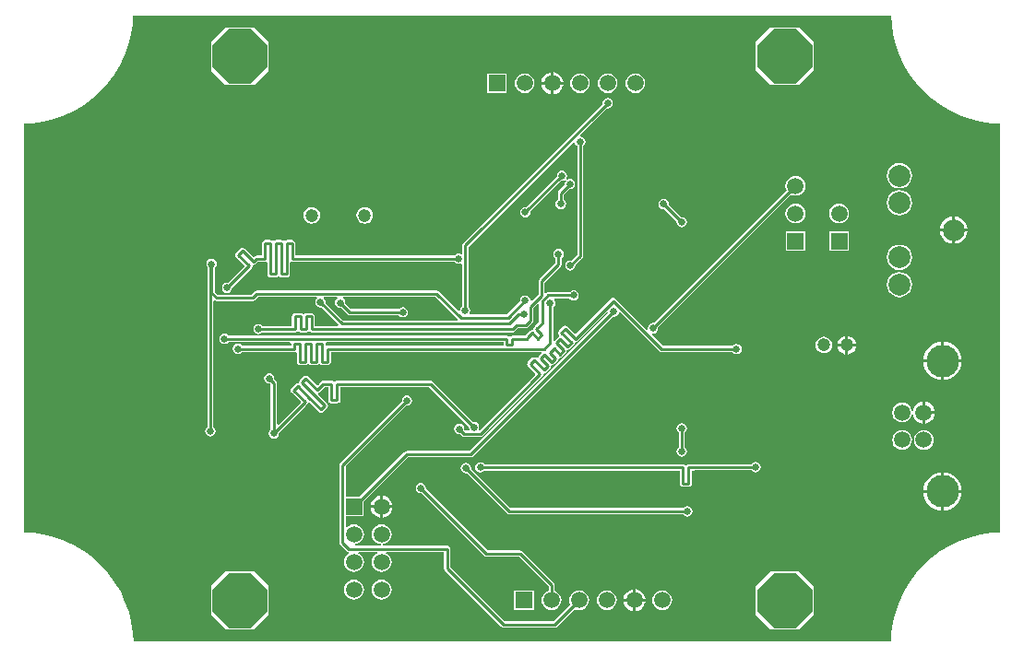
<source format=gbl>
G04 Layer_Physical_Order=2*
G04 Layer_Color=16711680*
%FSLAX23Y23*%
%MOIN*%
G70*
G01*
G75*
%ADD19C,0.010*%
%ADD23C,0.079*%
%ADD24C,0.059*%
%ADD25C,0.118*%
%ADD26P,0.213X8X202.5*%
%ADD27R,0.059X0.059*%
%ADD28R,0.059X0.059*%
%ADD29C,0.047*%
%ADD30C,0.025*%
G36*
X3143Y2244D02*
X3148Y2205D01*
X3158Y2167D01*
X3171Y2129D01*
X3188Y2094D01*
X3209Y2060D01*
X3232Y2028D01*
X3259Y1999D01*
X3288Y1972D01*
X3320Y1949D01*
X3354Y1928D01*
X3389Y1911D01*
X3426Y1898D01*
X3465Y1889D01*
X3504Y1883D01*
X3534Y1881D01*
Y403D01*
X3504Y401D01*
X3465Y395D01*
X3426Y386D01*
X3389Y372D01*
X3353Y356D01*
X3319Y335D01*
X3288Y312D01*
X3258Y285D01*
X3232Y256D01*
X3208Y224D01*
X3188Y190D01*
X3171Y154D01*
X3158Y117D01*
X3148Y79D01*
X3142Y40D01*
X3141Y9D01*
X403Y9D01*
X401Y40D01*
X395Y79D01*
X386Y117D01*
X372Y154D01*
X356Y190D01*
X335Y224D01*
X312Y256D01*
X285Y285D01*
X256Y312D01*
X224Y335D01*
X190Y356D01*
X154Y372D01*
X117Y386D01*
X79Y395D01*
X40Y401D01*
X9Y403D01*
X9Y1881D01*
X39Y1883D01*
X79Y1889D01*
X117Y1898D01*
X154Y1911D01*
X190Y1928D01*
X224Y1949D01*
X255Y1972D01*
X285Y1999D01*
X311Y2028D01*
X335Y2060D01*
X355Y2094D01*
X372Y2129D01*
X385Y2167D01*
X395Y2205D01*
X401Y2244D01*
X402Y2274D01*
X3141D01*
X3143Y2244D01*
D02*
G37*
%LPC*%
G36*
X2384Y798D02*
X2377Y797D01*
X2371Y793D01*
X2366Y787D01*
X2365Y780D01*
X2366Y772D01*
X2371Y766D01*
X2373Y765D01*
Y711D01*
X2371Y709D01*
X2366Y703D01*
X2365Y696D01*
X2366Y689D01*
X2371Y683D01*
X2377Y678D01*
X2384Y677D01*
X2391Y678D01*
X2397Y683D01*
X2401Y689D01*
X2403Y696D01*
X2401Y703D01*
X2397Y709D01*
X2395Y711D01*
Y765D01*
X2397Y766D01*
X2401Y772D01*
X2403Y780D01*
X2401Y787D01*
X2397Y793D01*
X2391Y797D01*
X2384Y798D01*
D02*
G37*
G36*
X2652Y658D02*
X2644Y656D01*
X2638Y652D01*
X2637Y650D01*
X2431D01*
X2430Y650D01*
X2409D01*
X2405Y649D01*
X2403Y647D01*
X2399Y647D01*
X2396Y647D01*
X2394Y649D01*
X2389Y650D01*
X1671D01*
X1670Y652D01*
X1664Y656D01*
X1656Y657D01*
X1649Y656D01*
X1643Y652D01*
X1639Y646D01*
X1638Y639D01*
X1639Y631D01*
X1643Y625D01*
X1649Y621D01*
X1656Y620D01*
X1664Y621D01*
X1670Y625D01*
X1671Y627D01*
X2378D01*
Y579D01*
X2379Y575D01*
X2381Y571D01*
X2385Y569D01*
X2389Y568D01*
X2409D01*
X2414Y569D01*
X2417Y571D01*
X2420Y575D01*
X2421Y579D01*
Y627D01*
X2431D01*
X2432Y628D01*
X2637D01*
X2638Y625D01*
X2644Y621D01*
X2652Y620D01*
X2659Y621D01*
X2665Y625D01*
X2669Y632D01*
X2670Y639D01*
X2669Y646D01*
X2665Y652D01*
X2659Y656D01*
X2652Y658D01*
D02*
G37*
G36*
X3259Y774D02*
X3250Y773D01*
X3241Y769D01*
X3234Y764D01*
X3228Y756D01*
X3225Y747D01*
X3223Y738D01*
X3225Y729D01*
X3228Y720D01*
X3234Y713D01*
X3241Y707D01*
X3250Y704D01*
X3259Y702D01*
X3269Y704D01*
X3277Y707D01*
X3285Y713D01*
X3290Y720D01*
X3294Y729D01*
X3295Y738D01*
X3294Y747D01*
X3290Y756D01*
X3285Y764D01*
X3277Y769D01*
X3269Y773D01*
X3259Y774D01*
D02*
G37*
G36*
X3181D02*
X3171Y773D01*
X3163Y769D01*
X3155Y764D01*
X3149Y756D01*
X3146Y747D01*
X3145Y738D01*
X3146Y729D01*
X3149Y720D01*
X3155Y713D01*
X3163Y707D01*
X3171Y704D01*
X3181Y702D01*
X3190Y704D01*
X3198Y707D01*
X3206Y713D01*
X3212Y720D01*
X3215Y729D01*
X3216Y738D01*
X3215Y747D01*
X3212Y756D01*
X3206Y764D01*
X3198Y769D01*
X3190Y773D01*
X3181Y774D01*
D02*
G37*
G36*
X1305Y535D02*
Y501D01*
X1339D01*
X1338Y506D01*
X1334Y516D01*
X1328Y524D01*
X1320Y531D01*
X1310Y535D01*
X1305Y535D01*
D02*
G37*
G36*
X1295D02*
X1289Y535D01*
X1280Y531D01*
X1272Y524D01*
X1265Y516D01*
X1261Y506D01*
X1261Y501D01*
X1295D01*
Y535D01*
D02*
G37*
G36*
X3332Y620D02*
Y556D01*
X3395D01*
X3395Y565D01*
X3391Y578D01*
X3384Y590D01*
X3376Y600D01*
X3365Y609D01*
X3353Y615D01*
X3340Y619D01*
X3332Y620D01*
D02*
G37*
G36*
X3322D02*
X3313Y619D01*
X3300Y615D01*
X3288Y609D01*
X3278Y600D01*
X3269Y590D01*
X3262Y578D01*
X3259Y565D01*
X3258Y556D01*
X3322D01*
Y620D01*
D02*
G37*
G36*
Y1093D02*
X3313Y1092D01*
X3300Y1088D01*
X3288Y1081D01*
X3278Y1073D01*
X3269Y1062D01*
X3262Y1050D01*
X3259Y1037D01*
X3258Y1029D01*
X3322D01*
Y1093D01*
D02*
G37*
G36*
X3395Y1019D02*
X3332D01*
Y955D01*
X3340Y956D01*
X3353Y960D01*
X3365Y966D01*
X3376Y975D01*
X3384Y985D01*
X3391Y997D01*
X3395Y1010D01*
X3395Y1019D01*
D02*
G37*
G36*
X2975Y1076D02*
X2947D01*
X2948Y1072D01*
X2951Y1064D01*
X2956Y1057D01*
X2963Y1051D01*
X2972Y1048D01*
X2975Y1047D01*
Y1076D01*
D02*
G37*
G36*
X3332Y1093D02*
Y1029D01*
X3395D01*
X3395Y1037D01*
X3391Y1050D01*
X3384Y1062D01*
X3376Y1073D01*
X3365Y1081D01*
X3353Y1088D01*
X3340Y1092D01*
X3332Y1093D01*
D02*
G37*
G36*
X3264Y876D02*
Y842D01*
X3298D01*
X3298Y847D01*
X3294Y857D01*
X3287Y865D01*
X3279Y871D01*
X3270Y875D01*
X3264Y876D01*
D02*
G37*
G36*
X3298Y832D02*
X3264D01*
Y797D01*
X3270Y798D01*
X3279Y802D01*
X3287Y808D01*
X3294Y817D01*
X3298Y826D01*
X3298Y832D01*
D02*
G37*
G36*
X3322Y1019D02*
X3258D01*
X3259Y1010D01*
X3262Y997D01*
X3269Y985D01*
X3278Y975D01*
X3288Y966D01*
X3300Y960D01*
X3313Y956D01*
X3322Y955D01*
Y1019D01*
D02*
G37*
G36*
X3254Y876D02*
X3249Y875D01*
X3239Y871D01*
X3231Y865D01*
X3225Y857D01*
X3221Y847D01*
X3220Y844D01*
X3215D01*
X3215Y846D01*
X3212Y855D01*
X3206Y862D01*
X3198Y868D01*
X3190Y871D01*
X3181Y872D01*
X3171Y871D01*
X3163Y868D01*
X3155Y862D01*
X3149Y855D01*
X3146Y846D01*
X3145Y837D01*
X3146Y827D01*
X3149Y819D01*
X3155Y811D01*
X3163Y806D01*
X3171Y802D01*
X3181Y801D01*
X3190Y802D01*
X3198Y806D01*
X3206Y811D01*
X3212Y819D01*
X3215Y827D01*
X3215Y829D01*
X3220D01*
X3221Y826D01*
X3225Y817D01*
X3231Y808D01*
X3239Y802D01*
X3249Y798D01*
X3254Y797D01*
Y837D01*
Y876D01*
D02*
G37*
G36*
X3395Y546D02*
X3332D01*
Y482D01*
X3340Y483D01*
X3353Y487D01*
X3365Y493D01*
X3376Y502D01*
X3384Y513D01*
X3391Y525D01*
X3395Y538D01*
X3395Y546D01*
D02*
G37*
G36*
X2114Y194D02*
X2105Y193D01*
X2096Y189D01*
X2089Y184D01*
X2083Y176D01*
X2079Y168D01*
X2078Y158D01*
X2079Y149D01*
X2083Y141D01*
X2089Y133D01*
X2096Y127D01*
X2105Y124D01*
X2114Y123D01*
X2123Y124D01*
X2132Y127D01*
X2139Y133D01*
X2145Y141D01*
X2149Y149D01*
X2150Y158D01*
X2149Y168D01*
X2145Y176D01*
X2139Y184D01*
X2132Y189D01*
X2123Y193D01*
X2114Y194D01*
D02*
G37*
G36*
X1442Y583D02*
X1435Y581D01*
X1429Y577D01*
X1425Y571D01*
X1423Y564D01*
X1425Y557D01*
X1429Y551D01*
X1435Y547D01*
X1442Y545D01*
X1444Y546D01*
X1671Y319D01*
X1671Y319D01*
X1675Y316D01*
X1679Y316D01*
X1679Y316D01*
X1797D01*
X1903Y209D01*
Y192D01*
X1896Y189D01*
X1889Y184D01*
X1883Y176D01*
X1879Y168D01*
X1878Y158D01*
X1879Y149D01*
X1883Y141D01*
X1889Y133D01*
X1896Y127D01*
X1905Y124D01*
X1914Y123D01*
X1923Y124D01*
X1932Y127D01*
X1939Y133D01*
X1945Y141D01*
X1949Y149D01*
X1950Y158D01*
X1949Y168D01*
X1945Y176D01*
X1939Y184D01*
X1932Y189D01*
X1925Y192D01*
Y214D01*
X1925Y214D01*
X1924Y218D01*
X1922Y222D01*
X1922Y222D01*
X1809Y335D01*
X1805Y337D01*
X1801Y338D01*
X1801Y338D01*
X1684D01*
X1460Y561D01*
X1461Y564D01*
X1459Y571D01*
X1455Y577D01*
X1449Y581D01*
X1442Y583D01*
D02*
G37*
G36*
X1850Y194D02*
X1778D01*
Y123D01*
X1850D01*
Y194D01*
D02*
G37*
G36*
X2314Y194D02*
X2305Y193D01*
X2296Y189D01*
X2289Y184D01*
X2283Y176D01*
X2279Y168D01*
X2278Y158D01*
X2279Y149D01*
X2283Y141D01*
X2289Y133D01*
X2296Y127D01*
X2305Y124D01*
X2314Y123D01*
X2323Y124D01*
X2332Y127D01*
X2339Y133D01*
X2345Y141D01*
X2349Y149D01*
X2350Y158D01*
X2349Y168D01*
X2345Y176D01*
X2339Y184D01*
X2332Y189D01*
X2323Y193D01*
X2314Y194D01*
D02*
G37*
G36*
X2808Y262D02*
X2704D01*
X2651Y210D01*
Y105D01*
X2704Y53D01*
X2808D01*
X2860Y105D01*
Y210D01*
X2808Y262D01*
D02*
G37*
G36*
X840D02*
X735D01*
X683Y210D01*
Y105D01*
X735Y53D01*
X840D01*
X892Y105D01*
Y210D01*
X840Y262D01*
D02*
G37*
G36*
X2253Y153D02*
X2219D01*
Y119D01*
X2224Y120D01*
X2234Y124D01*
X2242Y130D01*
X2249Y139D01*
X2252Y148D01*
X2253Y153D01*
D02*
G37*
G36*
X2209D02*
X2175D01*
X2175Y148D01*
X2179Y139D01*
X2186Y130D01*
X2194Y124D01*
X2204Y120D01*
X2209Y119D01*
Y153D01*
D02*
G37*
G36*
X1339Y491D02*
X1305D01*
Y457D01*
X1310Y458D01*
X1320Y462D01*
X1328Y468D01*
X1334Y476D01*
X1338Y486D01*
X1339Y491D01*
D02*
G37*
G36*
X1295D02*
X1261D01*
X1261Y486D01*
X1265Y476D01*
X1272Y468D01*
X1280Y462D01*
X1289Y458D01*
X1295Y457D01*
Y491D01*
D02*
G37*
G36*
X3322Y546D02*
X3258D01*
X3259Y538D01*
X3262Y525D01*
X3269Y513D01*
X3278Y502D01*
X3288Y493D01*
X3300Y487D01*
X3313Y483D01*
X3322Y482D01*
Y546D01*
D02*
G37*
G36*
X1604Y655D02*
X1597Y653D01*
X1591Y649D01*
X1587Y643D01*
X1585Y636D01*
X1587Y629D01*
X1591Y622D01*
X1597Y618D01*
X1604Y617D01*
X1607Y617D01*
X1753Y471D01*
X1757Y469D01*
X1761Y468D01*
X1761Y468D01*
X2390D01*
X2391Y466D01*
X2397Y462D01*
X2405Y460D01*
X2412Y462D01*
X2418Y466D01*
X2422Y472D01*
X2423Y479D01*
X2422Y487D01*
X2418Y493D01*
X2412Y497D01*
X2405Y498D01*
X2397Y497D01*
X2391Y493D01*
X2390Y491D01*
X1765D01*
X1623Y633D01*
X1623Y636D01*
X1622Y643D01*
X1618Y649D01*
X1612Y653D01*
X1604Y655D01*
D02*
G37*
G36*
X1300Y232D02*
X1291Y231D01*
X1282Y227D01*
X1274Y221D01*
X1269Y214D01*
X1265Y205D01*
X1264Y196D01*
X1265Y187D01*
X1269Y178D01*
X1274Y171D01*
X1282Y165D01*
X1291Y161D01*
X1300Y160D01*
X1309Y161D01*
X1318Y165D01*
X1325Y171D01*
X1331Y178D01*
X1334Y187D01*
X1336Y196D01*
X1334Y205D01*
X1331Y214D01*
X1325Y221D01*
X1318Y227D01*
X1309Y231D01*
X1300Y232D01*
D02*
G37*
G36*
X1200D02*
X1191Y231D01*
X1182Y227D01*
X1174Y221D01*
X1169Y214D01*
X1165Y205D01*
X1164Y196D01*
X1165Y187D01*
X1169Y178D01*
X1174Y171D01*
X1182Y165D01*
X1191Y161D01*
X1200Y160D01*
X1209Y161D01*
X1218Y165D01*
X1225Y171D01*
X1231Y178D01*
X1234Y187D01*
X1236Y196D01*
X1234Y205D01*
X1231Y214D01*
X1225Y221D01*
X1218Y227D01*
X1209Y231D01*
X1200Y232D01*
D02*
G37*
G36*
X2219Y198D02*
Y163D01*
X2253D01*
X2252Y169D01*
X2249Y178D01*
X2242Y187D01*
X2234Y193D01*
X2224Y197D01*
X2219Y198D01*
D02*
G37*
G36*
X2209D02*
X2204Y197D01*
X2194Y193D01*
X2186Y187D01*
X2179Y178D01*
X2175Y169D01*
X2175Y163D01*
X2209D01*
Y198D01*
D02*
G37*
G36*
X2117Y1975D02*
X2109Y1974D01*
X2103Y1969D01*
X2099Y1963D01*
X2098Y1956D01*
X2098Y1954D01*
X1593Y1449D01*
X1591Y1445D01*
X1590Y1441D01*
X1590Y1441D01*
Y1413D01*
X1586Y1410D01*
X1585Y1411D01*
X1577Y1412D01*
X1570Y1411D01*
X1564Y1407D01*
X1563Y1405D01*
X989D01*
Y1449D01*
X988Y1454D01*
X985Y1457D01*
X982Y1460D01*
X977Y1461D01*
X957D01*
X953Y1460D01*
X951Y1458D01*
X947Y1458D01*
X944Y1458D01*
X942Y1460D01*
X937Y1461D01*
X917D01*
X913Y1460D01*
X911Y1458D01*
X907Y1458D01*
X904Y1458D01*
X902Y1460D01*
X897Y1461D01*
X877D01*
X873Y1460D01*
X870Y1457D01*
X867Y1454D01*
X866Y1449D01*
Y1405D01*
X847D01*
X847Y1405D01*
X843Y1404D01*
X840Y1401D01*
X840Y1401D01*
X836Y1398D01*
X804Y1429D01*
X801Y1432D01*
X796Y1433D01*
X792Y1432D01*
X788Y1429D01*
X788Y1429D01*
X774Y1415D01*
X772Y1411D01*
X771Y1407D01*
X772Y1403D01*
X774Y1399D01*
X803Y1370D01*
Y1365D01*
X744Y1306D01*
X742Y1307D01*
X735Y1305D01*
X728Y1301D01*
X724Y1295D01*
X723Y1288D01*
X724Y1281D01*
X728Y1274D01*
X735Y1270D01*
X742Y1269D01*
X749Y1270D01*
X755Y1274D01*
X759Y1281D01*
X761Y1288D01*
X760Y1290D01*
X823Y1353D01*
X823Y1353D01*
X830Y1360D01*
X832Y1363D01*
X833Y1366D01*
X836Y1371D01*
X840Y1371D01*
X844Y1374D01*
X852Y1382D01*
X877D01*
X881Y1383D01*
X882Y1383D01*
X886Y1380D01*
Y1338D01*
X887Y1333D01*
X890Y1330D01*
X893Y1327D01*
X897Y1326D01*
X917D01*
X922Y1327D01*
X924Y1329D01*
X927Y1329D01*
X931Y1329D01*
X933Y1327D01*
X937Y1326D01*
X957D01*
X962Y1327D01*
X965Y1330D01*
X968Y1333D01*
X969Y1338D01*
Y1380D01*
X973Y1383D01*
X974Y1383D01*
X977Y1382D01*
X1563D01*
X1564Y1380D01*
X1570Y1376D01*
X1577Y1375D01*
X1585Y1376D01*
X1586Y1377D01*
X1590Y1374D01*
Y1222D01*
X1588Y1220D01*
X1584Y1214D01*
X1583Y1207D01*
X1583Y1206D01*
X1578Y1204D01*
X1507Y1275D01*
X1504Y1277D01*
X1499Y1278D01*
X1499Y1278D01*
X849D01*
X849Y1278D01*
X844Y1277D01*
X841Y1275D01*
X841Y1275D01*
X829Y1263D01*
X708D01*
X697Y1274D01*
Y1360D01*
X699Y1361D01*
X703Y1367D01*
X704Y1374D01*
X703Y1382D01*
X699Y1388D01*
X693Y1392D01*
X685Y1393D01*
X678Y1392D01*
X672Y1388D01*
X668Y1382D01*
X667Y1374D01*
X668Y1367D01*
X670Y1365D01*
Y783D01*
X668Y782D01*
X664Y776D01*
X662Y768D01*
X664Y761D01*
X668Y755D01*
X674Y751D01*
X681Y750D01*
X688Y751D01*
X694Y755D01*
X699Y761D01*
X700Y768D01*
X699Y776D01*
X694Y782D01*
X692Y783D01*
Y1239D01*
X697Y1242D01*
X699Y1241D01*
X703Y1240D01*
X833D01*
X833Y1240D01*
X838Y1241D01*
X841Y1244D01*
X853Y1256D01*
X1065D01*
X1067Y1251D01*
X1065Y1250D01*
X1061Y1243D01*
X1060Y1236D01*
X1061Y1229D01*
X1065Y1223D01*
X1072Y1219D01*
X1079Y1217D01*
X1081Y1218D01*
X1144Y1155D01*
X1142Y1150D01*
X1058D01*
Y1186D01*
X1057Y1190D01*
X1054Y1194D01*
X1051Y1196D01*
X1046Y1197D01*
X1026D01*
X1022Y1196D01*
X1020Y1195D01*
X1016Y1194D01*
X1013Y1195D01*
X1011Y1196D01*
X1006Y1197D01*
X986D01*
X982Y1196D01*
X978Y1194D01*
X976Y1190D01*
X975Y1186D01*
Y1150D01*
X869D01*
X868Y1152D01*
X862Y1156D01*
X854Y1157D01*
X847Y1156D01*
X841Y1152D01*
X837Y1146D01*
X836Y1138D01*
X837Y1131D01*
X841Y1125D01*
X847Y1121D01*
X854Y1120D01*
X862Y1121D01*
X868Y1125D01*
X869Y1127D01*
X986D01*
X991Y1128D01*
X993Y1130D01*
X996Y1130D01*
X1000Y1130D01*
X1002Y1128D01*
X1006Y1127D01*
X1026D01*
X1031Y1128D01*
X1033Y1130D01*
X1036Y1130D01*
X1040Y1130D01*
X1042Y1128D01*
X1046Y1127D01*
X1773D01*
X1773Y1127D01*
X1778Y1128D01*
X1781Y1131D01*
X1794Y1143D01*
X1821D01*
X1821Y1143D01*
X1825Y1144D01*
X1829Y1146D01*
X1845Y1163D01*
X1847Y1166D01*
X1848Y1170D01*
X1848Y1170D01*
Y1215D01*
X1864Y1230D01*
X1869Y1229D01*
Y1165D01*
X1853Y1149D01*
X1853Y1149D01*
X1850Y1147D01*
X1848Y1143D01*
X1847Y1139D01*
X1844Y1136D01*
X1840Y1135D01*
X1836Y1133D01*
X1836Y1133D01*
X1822Y1118D01*
X1822Y1118D01*
X1818Y1115D01*
X1771D01*
X1767Y1114D01*
X1765Y1112D01*
X1761Y1112D01*
X1758Y1112D01*
X1756Y1114D01*
X1751Y1115D01*
X747D01*
X746Y1117D01*
X740Y1121D01*
X732Y1122D01*
X725Y1121D01*
X719Y1117D01*
X715Y1111D01*
X714Y1103D01*
X715Y1096D01*
X719Y1090D01*
X725Y1086D01*
X732Y1085D01*
X740Y1086D01*
X746Y1090D01*
X747Y1092D01*
X969D01*
X973Y1087D01*
Y1079D01*
X795D01*
X794Y1081D01*
X788Y1085D01*
X781Y1086D01*
X773Y1085D01*
X767Y1081D01*
X763Y1075D01*
X762Y1067D01*
X763Y1060D01*
X767Y1054D01*
X773Y1050D01*
X781Y1049D01*
X788Y1050D01*
X794Y1054D01*
X795Y1056D01*
X984D01*
X988Y1057D01*
X989Y1057D01*
X993Y1054D01*
Y1019D01*
X994Y1015D01*
X996Y1011D01*
X1000Y1009D01*
X1004Y1008D01*
X1024D01*
X1029Y1009D01*
X1031Y1011D01*
X1034Y1011D01*
X1038Y1011D01*
X1040Y1009D01*
X1044Y1008D01*
X1064D01*
X1069Y1009D01*
X1071Y1011D01*
X1074Y1011D01*
X1078Y1011D01*
X1080Y1009D01*
X1084Y1008D01*
X1104D01*
X1109Y1009D01*
X1112Y1011D01*
X1115Y1015D01*
X1116Y1019D01*
Y1056D01*
X1877D01*
X1879Y1051D01*
X1867Y1039D01*
X1864Y1036D01*
X1864Y1035D01*
X1859Y1034D01*
X1858Y1035D01*
X1854Y1037D01*
X1850Y1038D01*
X1846Y1037D01*
X1842Y1035D01*
X1842Y1035D01*
X1828Y1021D01*
X1826Y1017D01*
X1825Y1013D01*
X1826Y1008D01*
X1828Y1005D01*
X1854Y979D01*
Y974D01*
X1654Y774D01*
X1650Y777D01*
X1652Y784D01*
X1650Y792D01*
X1646Y798D01*
X1640Y802D01*
X1633Y803D01*
X1630Y803D01*
X1485Y948D01*
X1481Y951D01*
X1477Y952D01*
X1477Y952D01*
X1139D01*
X1135Y951D01*
X1133Y949D01*
X1129Y949D01*
X1126Y949D01*
X1124Y951D01*
X1119Y952D01*
X1089D01*
X1089Y952D01*
X1085Y951D01*
X1082Y948D01*
X1082Y948D01*
X1073Y940D01*
X1073Y940D01*
X1067Y934D01*
X1033Y968D01*
X1029Y970D01*
X1025Y971D01*
X1021Y970D01*
X1017Y968D01*
X1017Y968D01*
X1003Y954D01*
X1000Y950D01*
X1000Y946D01*
X997Y943D01*
X992Y942D01*
X989Y940D01*
X989Y940D01*
X975Y925D01*
X972Y922D01*
X971Y917D01*
X972Y913D01*
X975Y910D01*
X1006Y878D01*
Y873D01*
X926Y793D01*
X922Y795D01*
Y943D01*
X921Y948D01*
X918Y951D01*
X918Y951D01*
X912Y958D01*
X912Y960D01*
X911Y968D01*
X907Y974D01*
X901Y978D01*
X893Y979D01*
X886Y978D01*
X880Y974D01*
X876Y968D01*
X875Y960D01*
X876Y953D01*
X880Y947D01*
X886Y943D01*
X893Y942D01*
X896Y942D01*
X899Y939D01*
Y776D01*
X897Y775D01*
X893Y769D01*
X892Y761D01*
X893Y754D01*
X897Y748D01*
X903Y744D01*
X910Y743D01*
X918Y744D01*
X924Y748D01*
X928Y754D01*
X929Y761D01*
X929Y764D01*
X1025Y860D01*
X1025Y860D01*
X1032Y868D01*
X1032Y868D01*
X1035Y871D01*
X1035Y871D01*
X1040Y872D01*
X1073Y840D01*
X1076Y837D01*
X1081Y836D01*
X1085Y837D01*
X1089Y840D01*
X1089Y840D01*
X1103Y854D01*
X1105Y857D01*
X1106Y862D01*
X1105Y866D01*
X1103Y870D01*
X1070Y902D01*
X1071Y907D01*
X1072Y908D01*
X1075Y910D01*
X1089Y924D01*
X1089Y924D01*
X1094Y929D01*
X1108D01*
Y881D01*
X1109Y877D01*
X1112Y873D01*
X1115Y871D01*
X1119Y870D01*
X1139D01*
X1144Y871D01*
X1147Y873D01*
X1150Y877D01*
X1151Y881D01*
Y929D01*
X1472D01*
X1615Y787D01*
X1614Y784D01*
X1616Y777D01*
X1616Y776D01*
X1614Y772D01*
X1602D01*
X1599Y775D01*
X1599Y777D01*
X1598Y785D01*
X1594Y791D01*
X1588Y795D01*
X1580Y796D01*
X1573Y795D01*
X1567Y791D01*
X1563Y785D01*
X1562Y777D01*
X1563Y770D01*
X1567Y764D01*
X1573Y760D01*
X1580Y759D01*
X1583Y759D01*
X1590Y753D01*
X1590Y753D01*
X1593Y750D01*
X1597Y749D01*
X1656D01*
X1656Y749D01*
X1661Y750D01*
X1664Y753D01*
X1873Y961D01*
X1873Y961D01*
X1880Y968D01*
X1883Y972D01*
X1883Y975D01*
X1887Y979D01*
X1891Y980D01*
X1894Y983D01*
X1909Y997D01*
X1911Y1000D01*
X1912Y1005D01*
X1915Y1008D01*
X1919Y1008D01*
X1923Y1011D01*
X1937Y1025D01*
X1937Y1025D01*
X1939Y1029D01*
X1940Y1033D01*
X1943Y1036D01*
X1947Y1037D01*
X1951Y1039D01*
X1965Y1053D01*
X1965Y1053D01*
X1968Y1057D01*
X1968Y1061D01*
X1971Y1064D01*
X1976Y1065D01*
X1979Y1067D01*
X1993Y1082D01*
X1996Y1085D01*
X1997Y1090D01*
X2000Y1092D01*
X2004Y1093D01*
X2008Y1096D01*
X2111Y1200D01*
X2117Y1198D01*
X2117Y1197D01*
X1618Y698D01*
X1390D01*
X1386Y697D01*
X1382Y694D01*
X1382Y694D01*
X1219Y532D01*
X1170D01*
Y643D01*
X1389Y862D01*
X1391Y862D01*
X1399Y863D01*
X1405Y867D01*
X1409Y873D01*
X1410Y880D01*
X1409Y888D01*
X1405Y894D01*
X1399Y898D01*
X1391Y899D01*
X1384Y898D01*
X1378Y894D01*
X1374Y888D01*
X1373Y880D01*
X1373Y878D01*
X1151Y655D01*
X1148Y652D01*
X1147Y647D01*
X1147Y647D01*
Y367D01*
X1147Y367D01*
X1148Y363D01*
X1151Y360D01*
X1174Y337D01*
X1174Y337D01*
X1177Y334D01*
X1181Y333D01*
X1182Y333D01*
X1182Y330D01*
X1181Y326D01*
X1174Y321D01*
X1169Y314D01*
X1165Y305D01*
X1164Y296D01*
X1165Y287D01*
X1169Y278D01*
X1174Y271D01*
X1182Y265D01*
X1191Y261D01*
X1200Y260D01*
X1209Y261D01*
X1218Y265D01*
X1225Y271D01*
X1231Y278D01*
X1234Y287D01*
X1236Y296D01*
X1234Y305D01*
X1231Y314D01*
X1225Y321D01*
X1218Y327D01*
X1215Y328D01*
X1216Y333D01*
X1284D01*
X1285Y328D01*
X1282Y327D01*
X1274Y321D01*
X1269Y314D01*
X1265Y305D01*
X1264Y296D01*
X1265Y287D01*
X1269Y278D01*
X1274Y271D01*
X1282Y265D01*
X1291Y261D01*
X1300Y260D01*
X1309Y261D01*
X1318Y265D01*
X1325Y271D01*
X1331Y278D01*
X1334Y287D01*
X1336Y296D01*
X1334Y305D01*
X1331Y314D01*
X1325Y321D01*
X1318Y327D01*
X1315Y328D01*
X1316Y333D01*
X1525D01*
Y274D01*
X1525Y274D01*
X1526Y269D01*
X1529Y266D01*
X1732Y62D01*
X1732Y62D01*
X1736Y60D01*
X1740Y59D01*
X1740Y59D01*
X1925D01*
X1925Y59D01*
X1930Y60D01*
X1933Y62D01*
X1998Y127D01*
X2005Y124D01*
X2014Y123D01*
X2023Y124D01*
X2032Y127D01*
X2039Y133D01*
X2045Y141D01*
X2049Y149D01*
X2050Y158D01*
X2049Y168D01*
X2045Y176D01*
X2039Y184D01*
X2032Y189D01*
X2023Y193D01*
X2014Y194D01*
X2005Y193D01*
X1996Y189D01*
X1989Y184D01*
X1983Y176D01*
X1979Y168D01*
X1978Y158D01*
X1979Y149D01*
X1982Y142D01*
X1921Y81D01*
X1745D01*
X1548Y278D01*
Y344D01*
X1547Y349D01*
X1544Y352D01*
X1541Y355D01*
X1536Y356D01*
X1304D01*
X1303Y361D01*
X1309Y361D01*
X1318Y365D01*
X1325Y371D01*
X1331Y378D01*
X1334Y387D01*
X1336Y396D01*
X1334Y405D01*
X1331Y414D01*
X1325Y421D01*
X1318Y427D01*
X1309Y431D01*
X1300Y432D01*
X1291Y431D01*
X1282Y427D01*
X1274Y421D01*
X1269Y414D01*
X1265Y405D01*
X1264Y396D01*
X1265Y387D01*
X1269Y378D01*
X1274Y371D01*
X1282Y365D01*
X1291Y361D01*
X1296Y361D01*
X1296Y356D01*
X1204D01*
X1203Y361D01*
X1209Y361D01*
X1218Y365D01*
X1225Y371D01*
X1231Y378D01*
X1234Y387D01*
X1236Y396D01*
X1234Y405D01*
X1231Y414D01*
X1225Y421D01*
X1218Y427D01*
X1209Y431D01*
X1200Y432D01*
X1191Y431D01*
X1182Y427D01*
X1175Y422D01*
X1173Y422D01*
X1170Y423D01*
Y461D01*
X1235D01*
Y516D01*
X1395Y675D01*
X1622D01*
X1622Y675D01*
X1627Y676D01*
X1630Y679D01*
X2136Y1184D01*
X2138Y1184D01*
X2146Y1185D01*
X2152Y1189D01*
X2156Y1195D01*
X2156Y1198D01*
X2162Y1200D01*
X2305Y1059D01*
X2306Y1057D01*
X2308Y1056D01*
X2308Y1056D01*
X2308Y1056D01*
X2310Y1056D01*
X2312Y1055D01*
X2568D01*
X2569Y1053D01*
X2575Y1049D01*
X2582Y1048D01*
X2590Y1049D01*
X2596Y1053D01*
X2600Y1059D01*
X2601Y1066D01*
X2600Y1074D01*
X2596Y1080D01*
X2590Y1084D01*
X2582Y1085D01*
X2575Y1084D01*
X2569Y1080D01*
X2568Y1078D01*
X2317D01*
X2276Y1119D01*
X2278Y1123D01*
X2280Y1123D01*
X2288Y1124D01*
X2294Y1128D01*
X2298Y1135D01*
X2299Y1142D01*
X2299Y1144D01*
X2779Y1625D01*
X2786Y1622D01*
X2795Y1621D01*
X2805Y1622D01*
X2813Y1626D01*
X2821Y1631D01*
X2826Y1639D01*
X2830Y1647D01*
X2831Y1657D01*
X2830Y1666D01*
X2826Y1675D01*
X2821Y1682D01*
X2813Y1688D01*
X2805Y1691D01*
X2795Y1693D01*
X2786Y1691D01*
X2777Y1688D01*
X2770Y1682D01*
X2764Y1675D01*
X2761Y1666D01*
X2759Y1657D01*
X2761Y1647D01*
X2763Y1641D01*
X2283Y1160D01*
X2280Y1161D01*
X2273Y1159D01*
X2267Y1155D01*
X2263Y1149D01*
X2261Y1142D01*
X2262Y1139D01*
X2257Y1137D01*
X2144Y1248D01*
X2143Y1250D01*
X2141Y1251D01*
X2141Y1251D01*
X2141Y1251D01*
X2139Y1251D01*
X2136Y1252D01*
X2136Y1252D01*
X2136Y1252D01*
X2134Y1251D01*
X2132Y1251D01*
X2132Y1251D01*
X2132Y1251D01*
X2130Y1250D01*
X2129Y1248D01*
X2002Y1122D01*
X1997D01*
X1971Y1148D01*
X1968Y1150D01*
X1963Y1151D01*
X1959Y1150D01*
X1955Y1148D01*
X1955Y1148D01*
X1941Y1134D01*
X1939Y1130D01*
X1938Y1126D01*
X1939Y1122D01*
X1941Y1118D01*
X1942Y1117D01*
X1941Y1113D01*
X1940Y1112D01*
X1937Y1110D01*
X1937Y1110D01*
X1925Y1097D01*
X1920Y1099D01*
Y1218D01*
X1922Y1219D01*
X1926Y1225D01*
X1927Y1232D01*
X1926Y1240D01*
X1923Y1244D01*
X1925Y1249D01*
X1978D01*
X1980Y1247D01*
X1986Y1243D01*
X1993Y1242D01*
X2000Y1243D01*
X2006Y1247D01*
X2010Y1253D01*
X2012Y1261D01*
X2010Y1268D01*
X2006Y1274D01*
X2000Y1278D01*
X1993Y1279D01*
X1986Y1278D01*
X1980Y1274D01*
X1978Y1272D01*
X1902D01*
X1898Y1271D01*
X1894Y1269D01*
X1894Y1269D01*
X1893Y1268D01*
X1889Y1269D01*
Y1307D01*
X1947Y1365D01*
X1947Y1365D01*
X1949Y1369D01*
X1950Y1373D01*
Y1396D01*
X1952Y1397D01*
X1956Y1403D01*
X1958Y1410D01*
X1956Y1418D01*
X1952Y1424D01*
X1946Y1428D01*
X1939Y1429D01*
X1932Y1428D01*
X1926Y1424D01*
X1922Y1418D01*
X1920Y1410D01*
X1922Y1403D01*
X1926Y1397D01*
X1928Y1396D01*
Y1378D01*
X1870Y1319D01*
X1867Y1316D01*
X1866Y1311D01*
X1866Y1311D01*
Y1265D01*
X1842Y1240D01*
X1840Y1241D01*
X1837Y1242D01*
X1836Y1249D01*
X1832Y1255D01*
X1826Y1259D01*
X1818Y1260D01*
X1811Y1259D01*
X1805Y1255D01*
X1801Y1249D01*
X1800Y1242D01*
X1800Y1239D01*
X1752Y1191D01*
X1619D01*
X1616Y1196D01*
X1619Y1200D01*
X1620Y1207D01*
X1619Y1214D01*
X1615Y1220D01*
X1613Y1222D01*
Y1436D01*
X1993Y1817D01*
X1998Y1815D01*
X1999Y1810D01*
X2003Y1804D01*
X2006Y1802D01*
Y1408D01*
X1984Y1386D01*
X1981Y1387D01*
X1974Y1385D01*
X1968Y1381D01*
X1964Y1375D01*
X1963Y1368D01*
X1964Y1361D01*
X1968Y1355D01*
X1974Y1351D01*
X1981Y1349D01*
X1989Y1351D01*
X1995Y1355D01*
X1999Y1361D01*
X2000Y1368D01*
X2000Y1371D01*
X2025Y1395D01*
X2025Y1395D01*
X2027Y1399D01*
X2028Y1403D01*
Y1802D01*
X2030Y1804D01*
X2034Y1810D01*
X2036Y1817D01*
X2034Y1824D01*
X2030Y1830D01*
X2024Y1834D01*
X2019Y1835D01*
X2017Y1841D01*
X2114Y1938D01*
X2117Y1937D01*
X2124Y1939D01*
X2130Y1943D01*
X2134Y1949D01*
X2135Y1956D01*
X2134Y1963D01*
X2130Y1969D01*
X2124Y1974D01*
X2117Y1975D01*
D02*
G37*
G36*
X3170Y1740D02*
X3158Y1738D01*
X3147Y1734D01*
X3138Y1726D01*
X3131Y1717D01*
X3126Y1706D01*
X3125Y1694D01*
X3126Y1682D01*
X3131Y1671D01*
X3138Y1662D01*
X3147Y1654D01*
X3158Y1650D01*
X3170Y1648D01*
X3182Y1650D01*
X3193Y1654D01*
X3203Y1662D01*
X3210Y1671D01*
X3214Y1682D01*
X3216Y1694D01*
X3214Y1706D01*
X3210Y1717D01*
X3203Y1726D01*
X3193Y1734D01*
X3182Y1738D01*
X3170Y1740D01*
D02*
G37*
G36*
X1956Y2024D02*
X1922D01*
Y1989D01*
X1927Y1990D01*
X1936Y1994D01*
X1945Y2000D01*
X1951Y2009D01*
X1955Y2018D01*
X1956Y2024D01*
D02*
G37*
G36*
X1912D02*
X1877D01*
X1878Y2018D01*
X1882Y2009D01*
X1888Y2000D01*
X1897Y1994D01*
X1906Y1990D01*
X1912Y1989D01*
Y2024D01*
D02*
G37*
G36*
X2953Y1593D02*
X2943Y1591D01*
X2935Y1588D01*
X2927Y1582D01*
X2922Y1575D01*
X2918Y1566D01*
X2917Y1557D01*
X2918Y1547D01*
X2922Y1539D01*
X2927Y1531D01*
X2935Y1526D01*
X2943Y1522D01*
X2953Y1521D01*
X2962Y1522D01*
X2971Y1526D01*
X2978Y1531D01*
X2984Y1539D01*
X2987Y1547D01*
X2989Y1557D01*
X2987Y1566D01*
X2984Y1575D01*
X2978Y1582D01*
X2971Y1588D01*
X2962Y1591D01*
X2953Y1593D01*
D02*
G37*
G36*
X2795D02*
X2786Y1591D01*
X2777Y1588D01*
X2770Y1582D01*
X2764Y1575D01*
X2761Y1566D01*
X2759Y1557D01*
X2761Y1547D01*
X2764Y1539D01*
X2770Y1531D01*
X2777Y1526D01*
X2786Y1522D01*
X2795Y1521D01*
X2805Y1522D01*
X2813Y1526D01*
X2821Y1531D01*
X2826Y1539D01*
X2830Y1547D01*
X2831Y1557D01*
X2830Y1566D01*
X2826Y1575D01*
X2821Y1582D01*
X2813Y1588D01*
X2805Y1591D01*
X2795Y1593D01*
D02*
G37*
G36*
X1952Y1713D02*
X1945Y1711D01*
X1938Y1707D01*
X1934Y1701D01*
X1933Y1694D01*
X1933Y1691D01*
X1821Y1579D01*
X1819Y1580D01*
X1812Y1578D01*
X1806Y1574D01*
X1801Y1568D01*
X1800Y1561D01*
X1801Y1554D01*
X1806Y1548D01*
X1812Y1544D01*
X1819Y1542D01*
X1826Y1544D01*
X1832Y1548D01*
X1836Y1554D01*
X1838Y1561D01*
X1837Y1564D01*
X1949Y1676D01*
X1952Y1675D01*
X1959Y1676D01*
X1962Y1679D01*
X1966Y1675D01*
X1963Y1671D01*
X1961Y1663D01*
X1962Y1661D01*
X1939Y1638D01*
X1936Y1634D01*
X1936Y1630D01*
X1936Y1630D01*
Y1606D01*
X1934Y1605D01*
X1929Y1599D01*
X1928Y1592D01*
X1929Y1584D01*
X1934Y1578D01*
X1940Y1574D01*
X1947Y1573D01*
X1954Y1574D01*
X1960Y1578D01*
X1964Y1584D01*
X1966Y1592D01*
X1964Y1599D01*
X1960Y1605D01*
X1958Y1606D01*
Y1625D01*
X1978Y1645D01*
X1980Y1645D01*
X1988Y1646D01*
X1994Y1650D01*
X1998Y1656D01*
X1999Y1663D01*
X1998Y1671D01*
X1994Y1677D01*
X1988Y1681D01*
X1980Y1682D01*
X1973Y1681D01*
X1970Y1679D01*
X1966Y1682D01*
X1969Y1687D01*
X1971Y1694D01*
X1969Y1701D01*
X1965Y1707D01*
X1959Y1711D01*
X1952Y1713D01*
D02*
G37*
G36*
X3170Y1641D02*
X3158Y1640D01*
X3147Y1635D01*
X3138Y1628D01*
X3131Y1618D01*
X3126Y1607D01*
X3125Y1595D01*
X3126Y1584D01*
X3131Y1573D01*
X3138Y1563D01*
X3147Y1556D01*
X3158Y1551D01*
X3170Y1550D01*
X3182Y1551D01*
X3193Y1556D01*
X3203Y1563D01*
X3210Y1573D01*
X3214Y1584D01*
X3216Y1595D01*
X3214Y1607D01*
X3210Y1618D01*
X3203Y1628D01*
X3193Y1635D01*
X3182Y1640D01*
X3170Y1641D01*
D02*
G37*
G36*
X1817Y2064D02*
X1807Y2063D01*
X1799Y2060D01*
X1791Y2054D01*
X1786Y2046D01*
X1782Y2038D01*
X1781Y2029D01*
X1782Y2019D01*
X1786Y2011D01*
X1791Y2003D01*
X1799Y1998D01*
X1807Y1994D01*
X1817Y1993D01*
X1826Y1994D01*
X1834Y1998D01*
X1842Y2003D01*
X1848Y2011D01*
X1851Y2019D01*
X1852Y2029D01*
X1851Y2038D01*
X1848Y2046D01*
X1842Y2054D01*
X1834Y2060D01*
X1826Y2063D01*
X1817Y2064D01*
D02*
G37*
G36*
X2808Y2230D02*
X2704D01*
X2651Y2178D01*
Y2074D01*
X2704Y2022D01*
X2808D01*
X2860Y2074D01*
Y2178D01*
X2808Y2230D01*
D02*
G37*
G36*
X840D02*
X735D01*
X683Y2178D01*
Y2074D01*
X735Y2022D01*
X840D01*
X892Y2074D01*
Y2178D01*
X840Y2230D01*
D02*
G37*
G36*
X1922Y2068D02*
Y2034D01*
X1956D01*
X1955Y2039D01*
X1951Y2048D01*
X1945Y2057D01*
X1936Y2063D01*
X1927Y2067D01*
X1922Y2068D01*
D02*
G37*
G36*
X1912D02*
X1906Y2067D01*
X1897Y2063D01*
X1888Y2057D01*
X1882Y2048D01*
X1878Y2039D01*
X1877Y2034D01*
X1912D01*
Y2068D01*
D02*
G37*
G36*
X2117Y2064D02*
X2107Y2063D01*
X2099Y2060D01*
X2091Y2054D01*
X2086Y2046D01*
X2082Y2038D01*
X2081Y2029D01*
X2082Y2019D01*
X2086Y2011D01*
X2091Y2003D01*
X2099Y1998D01*
X2107Y1994D01*
X2117Y1993D01*
X2126Y1994D01*
X2134Y1998D01*
X2142Y2003D01*
X2148Y2011D01*
X2151Y2019D01*
X2152Y2029D01*
X2151Y2038D01*
X2148Y2046D01*
X2142Y2054D01*
X2134Y2060D01*
X2126Y2063D01*
X2117Y2064D01*
D02*
G37*
G36*
X2017D02*
X2007Y2063D01*
X1999Y2060D01*
X1991Y2054D01*
X1986Y2046D01*
X1982Y2038D01*
X1981Y2029D01*
X1982Y2019D01*
X1986Y2011D01*
X1991Y2003D01*
X1999Y1998D01*
X2007Y1994D01*
X2017Y1993D01*
X2026Y1994D01*
X2034Y1998D01*
X2042Y2003D01*
X2048Y2011D01*
X2051Y2019D01*
X2052Y2029D01*
X2051Y2038D01*
X2048Y2046D01*
X2042Y2054D01*
X2034Y2060D01*
X2026Y2063D01*
X2017Y2064D01*
D02*
G37*
G36*
X1752Y2064D02*
X1681D01*
Y1993D01*
X1752D01*
Y2064D01*
D02*
G37*
G36*
X2217Y2064D02*
X2207Y2063D01*
X2199Y2060D01*
X2191Y2054D01*
X2186Y2046D01*
X2182Y2038D01*
X2181Y2029D01*
X2182Y2019D01*
X2186Y2011D01*
X2191Y2003D01*
X2199Y1998D01*
X2207Y1994D01*
X2217Y1993D01*
X2226Y1994D01*
X2234Y1998D01*
X2242Y2003D01*
X2248Y2011D01*
X2251Y2019D01*
X2252Y2029D01*
X2251Y2038D01*
X2248Y2046D01*
X2242Y2054D01*
X2234Y2060D01*
X2226Y2063D01*
X2217Y2064D01*
D02*
G37*
G36*
X3170Y1346D02*
X3158Y1344D01*
X3147Y1340D01*
X3138Y1333D01*
X3131Y1323D01*
X3126Y1312D01*
X3125Y1300D01*
X3126Y1288D01*
X3131Y1277D01*
X3138Y1268D01*
X3147Y1261D01*
X3158Y1256D01*
X3170Y1254D01*
X3182Y1256D01*
X3193Y1261D01*
X3203Y1268D01*
X3210Y1277D01*
X3214Y1288D01*
X3216Y1300D01*
X3214Y1312D01*
X3210Y1323D01*
X3203Y1333D01*
X3193Y1340D01*
X3182Y1344D01*
X3170Y1346D01*
D02*
G37*
G36*
Y1444D02*
X3158Y1443D01*
X3147Y1438D01*
X3138Y1431D01*
X3131Y1422D01*
X3126Y1410D01*
X3125Y1399D01*
X3126Y1387D01*
X3131Y1376D01*
X3138Y1366D01*
X3147Y1359D01*
X3158Y1354D01*
X3170Y1353D01*
X3182Y1354D01*
X3193Y1359D01*
X3203Y1366D01*
X3210Y1376D01*
X3214Y1387D01*
X3216Y1399D01*
X3214Y1410D01*
X3210Y1422D01*
X3203Y1431D01*
X3193Y1438D01*
X3182Y1443D01*
X3170Y1444D01*
D02*
G37*
G36*
X2831Y1492D02*
X2760D01*
Y1421D01*
X2831D01*
Y1492D01*
D02*
G37*
G36*
X2985Y1114D02*
Y1086D01*
X3014D01*
X3013Y1089D01*
X3010Y1098D01*
X3004Y1105D01*
X2997Y1110D01*
X2989Y1113D01*
X2985Y1114D01*
D02*
G37*
G36*
X3014Y1076D02*
X2985D01*
Y1047D01*
X2989Y1048D01*
X2997Y1051D01*
X3004Y1057D01*
X3010Y1064D01*
X3013Y1072D01*
X3014Y1076D01*
D02*
G37*
G36*
X2898Y1111D02*
X2890Y1110D01*
X2883Y1107D01*
X2877Y1102D01*
X2872Y1096D01*
X2869Y1088D01*
X2868Y1081D01*
X2869Y1073D01*
X2872Y1066D01*
X2877Y1060D01*
X2883Y1055D01*
X2890Y1052D01*
X2898Y1051D01*
X2905Y1052D01*
X2913Y1055D01*
X2919Y1060D01*
X2924Y1066D01*
X2926Y1073D01*
X2928Y1081D01*
X2926Y1088D01*
X2924Y1096D01*
X2919Y1102D01*
X2913Y1107D01*
X2905Y1110D01*
X2898Y1111D01*
D02*
G37*
G36*
X2975Y1114D02*
X2972Y1113D01*
X2963Y1110D01*
X2956Y1105D01*
X2951Y1098D01*
X2948Y1089D01*
X2947Y1086D01*
X2975D01*
Y1114D01*
D02*
G37*
G36*
X2988Y1492D02*
X2917D01*
Y1421D01*
X2988D01*
Y1492D01*
D02*
G37*
G36*
X2319Y1609D02*
X2312Y1608D01*
X2306Y1604D01*
X2301Y1598D01*
X2300Y1591D01*
X2301Y1583D01*
X2306Y1577D01*
X2312Y1573D01*
X2319Y1572D01*
X2321Y1572D01*
X2365Y1528D01*
X2365Y1526D01*
X2366Y1518D01*
X2371Y1512D01*
X2377Y1508D01*
X2384Y1507D01*
X2391Y1508D01*
X2397Y1512D01*
X2401Y1518D01*
X2403Y1526D01*
X2401Y1533D01*
X2397Y1539D01*
X2391Y1543D01*
X2384Y1544D01*
X2381Y1544D01*
X2337Y1588D01*
X2338Y1591D01*
X2336Y1598D01*
X2332Y1604D01*
X2326Y1608D01*
X2319Y1609D01*
D02*
G37*
G36*
X3372Y1546D02*
Y1502D01*
X3416D01*
X3415Y1510D01*
X3410Y1522D01*
X3402Y1532D01*
X3392Y1540D01*
X3380Y1545D01*
X3372Y1546D01*
D02*
G37*
G36*
X1239Y1580D02*
X1231Y1579D01*
X1224Y1576D01*
X1218Y1571D01*
X1213Y1565D01*
X1210Y1558D01*
X1209Y1550D01*
X1210Y1542D01*
X1213Y1535D01*
X1218Y1529D01*
X1224Y1524D01*
X1231Y1521D01*
X1239Y1520D01*
X1247Y1521D01*
X1254Y1524D01*
X1260Y1529D01*
X1265Y1535D01*
X1268Y1542D01*
X1269Y1550D01*
X1268Y1558D01*
X1265Y1565D01*
X1260Y1571D01*
X1254Y1576D01*
X1247Y1579D01*
X1239Y1580D01*
D02*
G37*
G36*
X1047D02*
X1039Y1579D01*
X1032Y1576D01*
X1026Y1571D01*
X1021Y1565D01*
X1018Y1558D01*
X1017Y1550D01*
X1018Y1542D01*
X1021Y1535D01*
X1026Y1529D01*
X1032Y1524D01*
X1039Y1521D01*
X1047Y1520D01*
X1054Y1521D01*
X1062Y1524D01*
X1068Y1529D01*
X1073Y1535D01*
X1076Y1542D01*
X1077Y1550D01*
X1076Y1558D01*
X1073Y1565D01*
X1068Y1571D01*
X1062Y1576D01*
X1054Y1579D01*
X1047Y1580D01*
D02*
G37*
G36*
X3416Y1492D02*
X3372D01*
Y1448D01*
X3380Y1449D01*
X3392Y1454D01*
X3402Y1462D01*
X3410Y1472D01*
X3415Y1484D01*
X3416Y1492D01*
D02*
G37*
G36*
X3362Y1546D02*
X3354Y1545D01*
X3342Y1540D01*
X3332Y1532D01*
X3324Y1522D01*
X3319Y1510D01*
X3318Y1502D01*
X3362D01*
Y1546D01*
D02*
G37*
G36*
Y1492D02*
X3318D01*
X3319Y1484D01*
X3324Y1472D01*
X3332Y1462D01*
X3342Y1454D01*
X3354Y1449D01*
X3362Y1448D01*
Y1492D01*
D02*
G37*
%LPD*%
G36*
X1575Y1175D02*
X1573Y1170D01*
X1161D01*
X1097Y1234D01*
X1098Y1236D01*
X1096Y1243D01*
X1092Y1250D01*
X1091Y1251D01*
X1092Y1256D01*
X1139D01*
X1141Y1251D01*
X1136Y1248D01*
X1132Y1241D01*
X1131Y1234D01*
X1132Y1227D01*
X1136Y1221D01*
X1142Y1217D01*
X1150Y1215D01*
X1152Y1216D01*
X1176Y1192D01*
X1176Y1192D01*
X1180Y1189D01*
X1184Y1189D01*
X1184Y1189D01*
X1361D01*
X1363Y1186D01*
X1369Y1182D01*
X1376Y1181D01*
X1383Y1182D01*
X1389Y1186D01*
X1393Y1193D01*
X1395Y1200D01*
X1393Y1207D01*
X1389Y1213D01*
X1383Y1217D01*
X1376Y1219D01*
X1369Y1217D01*
X1363Y1213D01*
X1361Y1211D01*
X1189D01*
X1168Y1232D01*
X1168Y1234D01*
X1167Y1241D01*
X1163Y1248D01*
X1159Y1251D01*
X1160Y1256D01*
X1495D01*
X1575Y1175D01*
D02*
G37*
G36*
X1740Y1083D02*
X1736Y1079D01*
X1104D01*
X1101Y1078D01*
X1100Y1078D01*
X1096Y1081D01*
Y1087D01*
X1100Y1092D01*
X1740D01*
Y1083D01*
D02*
G37*
D19*
X681Y768D02*
Y1374D01*
X2312Y1066D02*
X2582D01*
X2136Y1240D02*
X2312Y1066D01*
X1656Y760D02*
X1865Y969D01*
X2000Y1104D02*
X2136Y1240D01*
X1963Y1140D02*
X2000Y1104D01*
X1949Y1126D02*
X1963Y1140D01*
X1949Y1126D02*
X1986Y1090D01*
X1971Y1075D02*
X1986Y1090D01*
X1945Y1102D02*
X1971Y1075D01*
X1931Y1088D02*
X1945Y1102D01*
X1931Y1088D02*
X1957Y1061D01*
X1943Y1047D02*
X1957Y1061D01*
X1923Y1068D02*
X1943Y1047D01*
X1909Y1053D02*
X1923Y1068D01*
X1909Y1053D02*
X1929Y1033D01*
X1915Y1019D02*
X1929Y1033D01*
X1889Y1045D02*
X1915Y1019D01*
X1874Y1031D02*
X1889Y1045D01*
X1874Y1031D02*
X1901Y1005D01*
X1887Y991D02*
X1901Y1005D01*
X1850Y1027D02*
X1887Y991D01*
X1836Y1013D02*
X1850Y1027D01*
X1836Y1013D02*
X1872Y976D01*
X1865Y969D02*
X1872Y976D01*
X1597Y760D02*
X1656D01*
X1580Y777D02*
X1597Y760D01*
X2419Y639D02*
X2431D01*
X1656D02*
X2025D01*
X2389D01*
Y579D02*
Y639D01*
Y579D02*
X2409D01*
Y639D01*
X2419D01*
X1908Y1089D02*
Y1232D01*
X1887Y1067D02*
X1908Y1089D01*
X1161Y1067D02*
X1887D01*
X781D02*
X974D01*
X1104D02*
X1161D01*
X1104Y1019D02*
Y1067D01*
X1084Y1019D02*
X1104D01*
X1084D02*
Y1067D01*
Y1087D01*
X1064D02*
X1084D01*
X1064Y1067D02*
Y1087D01*
Y1019D02*
Y1067D01*
X1044Y1019D02*
X1064D01*
X1044D02*
Y1067D01*
Y1087D01*
X1024D02*
X1044D01*
X1024Y1067D02*
Y1087D01*
Y1019D02*
Y1067D01*
X1004Y1019D02*
X1024D01*
X1004D02*
Y1067D01*
Y1087D01*
X984D02*
X1004D01*
X984Y1067D02*
Y1087D01*
X974Y1067D02*
X984D01*
X1939Y1373D02*
Y1410D01*
X1877Y1311D02*
X1939Y1373D01*
X1877Y1260D02*
Y1311D01*
X1837Y1219D02*
X1877Y1260D01*
X1837Y1170D02*
Y1219D01*
X1821Y1154D02*
X1837Y1170D01*
X1789Y1154D02*
X1821D01*
X1773Y1138D02*
X1789Y1154D01*
X1102Y1138D02*
X1773D01*
X854D02*
X976D01*
X1046D02*
X1102D01*
X1046D02*
Y1186D01*
X1026D02*
X1046D01*
X1026Y1138D02*
Y1186D01*
X1006Y1138D02*
X1026D01*
X1006D02*
Y1186D01*
X986D02*
X1006D01*
X986Y1138D02*
Y1186D01*
X976Y1138D02*
X986D01*
X1477Y940D02*
X1633Y784D01*
X1156Y940D02*
X1477D01*
X1139D02*
X1156D01*
X1139Y881D02*
Y940D01*
X1119Y881D02*
X1139D01*
X1119D02*
Y940D01*
X1099D02*
X1119D01*
X1089D02*
X1099D01*
X910Y761D02*
X1017Y868D01*
X1081Y932D02*
X1089Y940D01*
X1067Y918D02*
X1081Y932D01*
X1025Y960D02*
X1067Y918D01*
X1011Y946D02*
X1025Y960D01*
X1011Y946D02*
X1053Y904D01*
X1095Y862D01*
X1081Y848D02*
X1095Y862D01*
X1039Y890D02*
X1081Y848D01*
X997Y932D02*
X1039Y890D01*
X982Y917D02*
X997Y932D01*
X982Y917D02*
X1024Y875D01*
X1017Y868D02*
X1024Y875D01*
X1902Y1261D02*
X1993D01*
X1880Y1238D02*
X1902Y1261D01*
X1880Y1160D02*
Y1238D01*
X1861Y1141D02*
X1880Y1160D01*
X1858Y1139D02*
X1861Y1141D01*
X1858Y1139D02*
X1879Y1118D01*
X1865Y1104D02*
X1879Y1118D01*
X1844Y1125D02*
X1865Y1104D01*
X1830Y1111D02*
X1844Y1125D01*
X1823Y1103D02*
X1830Y1111D01*
X732Y1103D02*
X1721D01*
X1811D02*
X1823D01*
X1791D02*
X1811D01*
X1771D02*
X1791D01*
X1771Y1083D02*
Y1103D01*
X1751Y1083D02*
X1771D01*
X1751D02*
Y1103D01*
X1731D02*
X1751D01*
X1721D02*
X1731D01*
X1009Y1393D02*
X1577D01*
X977D02*
X1009D01*
X977D02*
Y1449D01*
X957D02*
X977D01*
X957Y1393D02*
Y1449D01*
Y1338D02*
Y1393D01*
X937Y1338D02*
X957D01*
X937D02*
Y1393D01*
Y1449D01*
X917D02*
X937D01*
X917Y1393D02*
Y1449D01*
Y1338D02*
Y1393D01*
X897Y1338D02*
X917D01*
X897D02*
Y1393D01*
Y1449D01*
X877D02*
X897D01*
X877Y1393D02*
Y1449D01*
X857Y1393D02*
X877D01*
X847D02*
X857D01*
X742Y1288D02*
X815Y1361D01*
X836Y1382D02*
X847Y1393D01*
X796Y1421D02*
X836Y1382D01*
X782Y1407D02*
X796Y1421D01*
X782Y1407D02*
X822Y1368D01*
X815Y1361D02*
X822Y1368D01*
X2431Y639D02*
X2652D01*
X1679Y327D02*
X1801D01*
X1914Y214D01*
Y158D02*
Y214D01*
X1925Y70D02*
X2014Y158D01*
X1740Y70D02*
X1925D01*
X1536Y274D02*
X1740Y70D01*
X1536Y274D02*
Y344D01*
X2384Y696D02*
Y780D01*
X2319Y1591D02*
X2384Y1526D01*
X1947Y1630D02*
X1980Y1663D01*
X1947Y1592D02*
Y1630D01*
X1442Y564D02*
X1679Y327D01*
X1079Y1236D02*
X1157Y1158D01*
X1757Y1180D02*
X1818Y1242D01*
X1586Y1180D02*
X1757D01*
X1499Y1267D02*
X1586Y1180D01*
X849Y1267D02*
X1499D01*
X833Y1251D02*
X849Y1267D01*
X703Y1251D02*
X833D01*
X685Y1269D02*
X703Y1251D01*
X685Y1269D02*
Y1374D01*
X1184Y1200D02*
X1376D01*
X1150Y1234D02*
X1184Y1200D01*
X1622Y686D02*
X2138Y1202D01*
X1390Y686D02*
X1622D01*
X1200Y496D02*
X1390Y686D01*
X1601Y1441D02*
X2117Y1956D01*
X1601Y1207D02*
Y1441D01*
X1604Y636D02*
X1761Y479D01*
X2405D01*
X893Y960D02*
X910Y943D01*
Y761D02*
Y943D01*
X2280Y1142D02*
X2795Y1657D01*
X1158Y647D02*
X1391Y880D01*
X1158Y367D02*
Y647D01*
Y367D02*
X1181Y344D01*
X1536D01*
X2017Y1403D02*
Y1817D01*
X1981Y1368D02*
X2017Y1403D01*
X1819Y1561D02*
X1952Y1694D01*
X1157Y1158D02*
X1761D01*
X1795Y1193D01*
X1814D01*
D23*
X3367Y1497D02*
D03*
X3170Y1694D02*
D03*
Y1595D02*
D03*
Y1300D02*
D03*
Y1399D02*
D03*
D24*
X3259Y837D02*
D03*
Y738D02*
D03*
X3181D02*
D03*
Y837D02*
D03*
X2217Y2029D02*
D03*
X2117D02*
D03*
X2017D02*
D03*
X1917D02*
D03*
X1817D02*
D03*
X2314Y158D02*
D03*
X2214D02*
D03*
X2114D02*
D03*
X2014D02*
D03*
X1914D02*
D03*
X2795Y1657D02*
D03*
Y1557D02*
D03*
X2953D02*
D03*
X1300Y496D02*
D03*
X1200Y396D02*
D03*
X1300D02*
D03*
X1200Y296D02*
D03*
X1300D02*
D03*
X1200Y196D02*
D03*
X1300D02*
D03*
D25*
X3327Y1024D02*
D03*
Y551D02*
D03*
D26*
X787Y157D02*
D03*
X2756D02*
D03*
Y2126D02*
D03*
X787D02*
D03*
D27*
X1717Y2029D02*
D03*
X1814Y158D02*
D03*
D28*
X2795Y1457D02*
D03*
X2953D02*
D03*
X1200Y496D02*
D03*
D29*
X1047Y1550D02*
D03*
X1239D02*
D03*
X2898Y1081D02*
D03*
X2980D02*
D03*
D30*
X2652Y639D02*
D03*
X2384Y696D02*
D03*
Y780D02*
D03*
Y1526D02*
D03*
X2319Y1591D02*
D03*
X1980Y1663D02*
D03*
X1947Y1592D02*
D03*
X1939Y1410D02*
D03*
X1442Y564D02*
D03*
X1079Y1236D02*
D03*
X1376Y1200D02*
D03*
X1150Y1234D02*
D03*
X2138Y1202D02*
D03*
X2117Y1956D02*
D03*
X1601Y1207D02*
D03*
X1818Y1242D02*
D03*
X685Y1374D02*
D03*
X1656Y639D02*
D03*
X1604Y636D02*
D03*
X2405Y479D02*
D03*
X854Y1138D02*
D03*
X781Y1067D02*
D03*
X1908Y1232D02*
D03*
X732Y1103D02*
D03*
X1993Y1261D02*
D03*
X681Y768D02*
D03*
X893Y960D02*
D03*
X910Y761D02*
D03*
X1633Y784D02*
D03*
X1577Y1393D02*
D03*
X742Y1288D02*
D03*
X2280Y1142D02*
D03*
X1391Y880D02*
D03*
X2017Y1817D02*
D03*
X1981Y1368D02*
D03*
X1952Y1694D02*
D03*
X1819Y1561D02*
D03*
X2582Y1066D02*
D03*
X1580Y777D02*
D03*
X1814Y1193D02*
D03*
M02*

</source>
